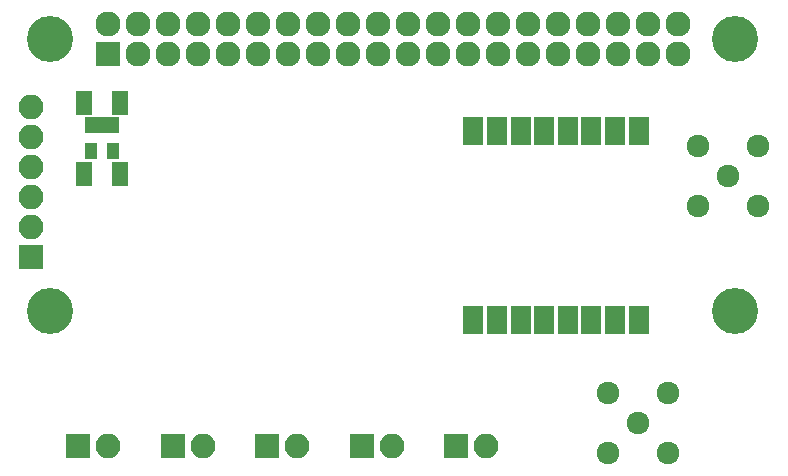
<source format=gbr>
G04 #@! TF.FileFunction,Soldermask,Bot*
%FSLAX46Y46*%
G04 Gerber Fmt 4.6, Leading zero omitted, Abs format (unit mm)*
G04 Created by KiCad (PCBNEW 4.0.7) date 10/01/17 15:58:34*
%MOMM*%
%LPD*%
G01*
G04 APERTURE LIST*
%ADD10C,0.100000*%
%ADD11C,3.900000*%
%ADD12R,2.127200X2.127200*%
%ADD13O,2.127200X2.127200*%
%ADD14R,1.700000X2.400000*%
%ADD15C,1.924000*%
%ADD16R,1.400000X2.000000*%
%ADD17R,1.050000X1.460000*%
%ADD18R,2.100000X2.100000*%
%ADD19O,2.100000X2.100000*%
G04 APERTURE END LIST*
D10*
D11*
X113500000Y-86500000D03*
X113500000Y-63500000D03*
X171500000Y-63500000D03*
X171500000Y-86500000D03*
D12*
X118390000Y-64750000D03*
D13*
X118390000Y-62210000D03*
X120930000Y-64750000D03*
X120930000Y-62210000D03*
X123470000Y-64750000D03*
X123470000Y-62210000D03*
X126010000Y-64750000D03*
X126010000Y-62210000D03*
X128550000Y-64750000D03*
X128550000Y-62210000D03*
X131090000Y-64750000D03*
X131090000Y-62210000D03*
X133630000Y-64750000D03*
X133630000Y-62210000D03*
X136170000Y-64750000D03*
X136170000Y-62210000D03*
X138710000Y-64750000D03*
X138710000Y-62210000D03*
X141250000Y-64750000D03*
X141250000Y-62210000D03*
X143790000Y-64750000D03*
X143790000Y-62210000D03*
X146330000Y-64750000D03*
X146330000Y-62210000D03*
X148870000Y-64750000D03*
X148870000Y-62210000D03*
X151410000Y-64750000D03*
X151410000Y-62210000D03*
X153950000Y-64750000D03*
X153950000Y-62210000D03*
X156490000Y-64750000D03*
X156490000Y-62210000D03*
X159030000Y-64750000D03*
X159030000Y-62210000D03*
X161570000Y-64750000D03*
X161570000Y-62210000D03*
X164110000Y-64750000D03*
X164110000Y-62210000D03*
X166650000Y-64750000D03*
X166650000Y-62210000D03*
D14*
X163333000Y-87251000D03*
X161333000Y-87251000D03*
X159333000Y-87251000D03*
X157333000Y-87251000D03*
X155333000Y-87251000D03*
X153333000Y-87251000D03*
X151333000Y-87251000D03*
X149333000Y-87251000D03*
X149333000Y-71251000D03*
X151333000Y-71251000D03*
X153333000Y-71251000D03*
X155333000Y-71251000D03*
X157333000Y-71251000D03*
X159333000Y-71251000D03*
X161333000Y-71251000D03*
X163333000Y-71251000D03*
D15*
X160778000Y-98555000D03*
X160778000Y-93475000D03*
X165858000Y-98555000D03*
X165858000Y-93475000D03*
X163318000Y-96015000D03*
X173478000Y-77600000D03*
X168398000Y-77600000D03*
X173478000Y-72520000D03*
X168398000Y-72520000D03*
X170938000Y-75060000D03*
D16*
X116400000Y-68900000D03*
X119400000Y-68900000D03*
X116400000Y-74900000D03*
X119400000Y-74900000D03*
D17*
X116950000Y-70800000D03*
X117900000Y-70800000D03*
X118850000Y-70800000D03*
X118850000Y-73000000D03*
X116950000Y-73000000D03*
D18*
X115900000Y-97900000D03*
D19*
X118440000Y-97900000D03*
D18*
X111900000Y-81900000D03*
D19*
X111900000Y-79360000D03*
X111900000Y-76820000D03*
X111900000Y-74280000D03*
X111900000Y-71740000D03*
X111900000Y-69200000D03*
D18*
X147900000Y-97900000D03*
D19*
X150440000Y-97900000D03*
D18*
X123900000Y-97900000D03*
D19*
X126440000Y-97900000D03*
D18*
X131900000Y-97900000D03*
D19*
X134440000Y-97900000D03*
D18*
X139900000Y-97900000D03*
D19*
X142440000Y-97900000D03*
M02*

</source>
